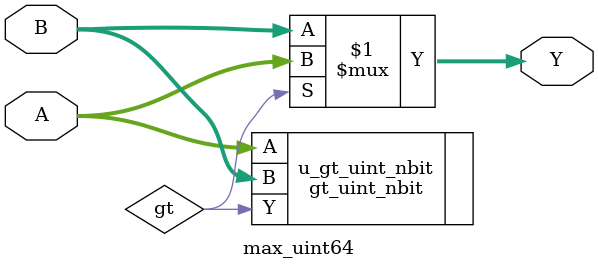
<source format=v>

module max_uint64 #(
    parameter WIDTH = 64
)(
    input [WIDTH-1:0] A,
    input [WIDTH-1:0] B,
    output [WIDTH-1:0] Y,
);

    wire gt;
    gt_uint_nbit #(
        .WIDTH(WIDTH)
    ) u_gt_uint_nbit (
        .A(A),
        .B(B),
        .Y(gt)
    );

    assign Y = gt ? A : B;

endmodule

</source>
